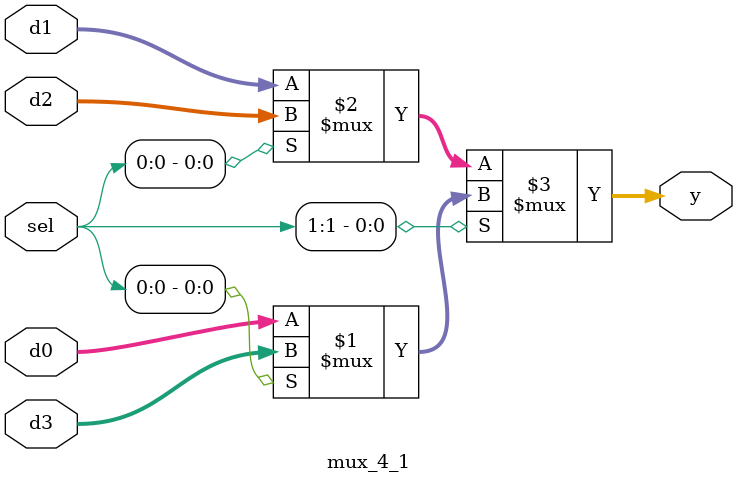
<source format=sv>
module mux_2_1
(
  input  [3:0] d0, d1,
  input        sel,
  output [3:0] y
);

  assign y = sel ? d1 : d0;

endmodule

//----------------------------------------------------------------------------
// Task
//----------------------------------------------------------------------------

module mux_4_1
(
  input  [3:0] d0, d1, d2, d3,
  input  [1:0] sel,
  output [3:0] y
);

  // Task:
  // Implement mux_4_1 using three instances of mux_2_1

  assign y = sel[1] ? (sel[0] ? d3 : d0) : (sel[0] ? d2 : d1);
endmodule
</source>
